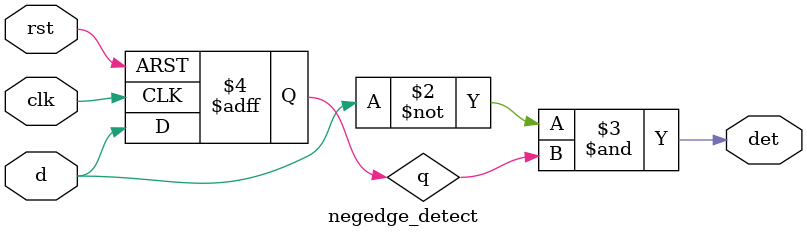
<source format=v>
`timescale 1ns / 1ps
`default_nettype none
/*
    Engineers: Colton Curtis, Ethan Hua, Rodrigo Becerril Ferreyra
    Company: California State University, Long Beach
    Project: Alarm Clock Final Project
    Date: 31 October 2020
*/
module negedge_detect(clk, rst, d, det);
input wire clk, rst, d;
output wire det;

reg q;
always @(posedge clk, posedge rst)
    if(rst) q <= 1'b0;
    else    q <= d;
assign det = ~d & q;

endmodule

</source>
